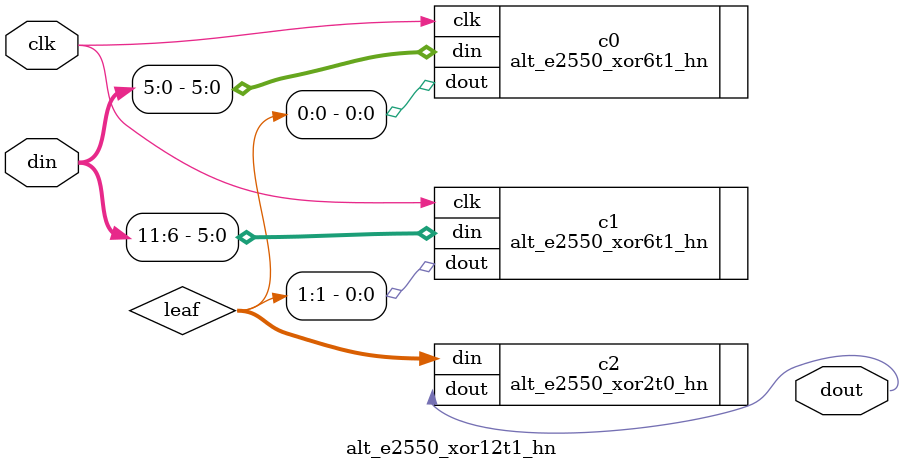
<source format=sv>




`timescale 1ps/1ps

// DESCRIPTION
// 12 input XOR gate.  Latency 1.
// Generated by one of Gregg's toys.   Share And Enjoy.

module alt_e2550_xor12t1_hn #(
//    parameter SIM_EMULATE = 1'b0
) (
    input clk,
    input [11:0] din,
    output dout
);

wire [1:0] leaf;

alt_e2550_xor6t1_hn c0 (
    .clk(clk),
    .din(din[5:0]),
    .dout(leaf[0])
);
//defparam c0 .SIM_EMULATE = SIM_EMULATE;

alt_e2550_xor6t1_hn c1 (
    .clk(clk),
    .din(din[11:6]),
    .dout(leaf[1])
);
//defparam c1 .SIM_EMULATE = SIM_EMULATE;

alt_e2550_xor2t0_hn c2 (
    .din(leaf),
    .dout(dout)
);
//defparam c2 .SIM_EMULATE = SIM_EMULATE;

endmodule


</source>
